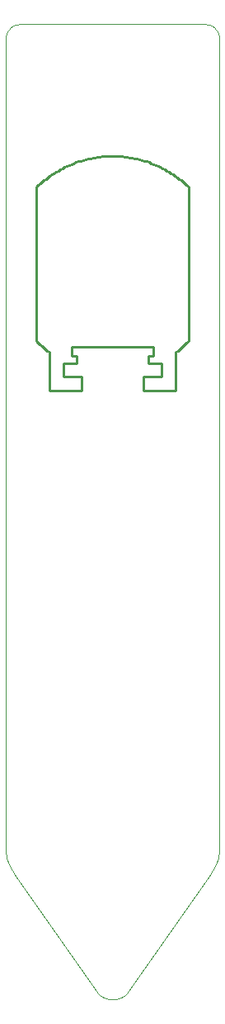
<source format=gbo>
G04*
G04 #@! TF.GenerationSoftware,Altium Limited,Altium Designer,19.1.5 (86)*
G04*
G04 Layer_Color=32896*
%FSLAX25Y25*%
%MOIN*%
G70*
G01*
G75*
%ADD15C,0.00050*%
%ADD68C,0.01000*%
D15*
X83079Y50936D02*
X83633Y51771D01*
X84143Y52633D01*
X84609Y53520D01*
X85029Y54430D01*
X85403Y55360D01*
X85728Y56307D01*
X86005Y57270D01*
X86233Y58246D01*
X86410Y59232D01*
X86537Y60226D01*
X86614Y61225D01*
X86639Y62227D01*
X36882Y3383D02*
X37511Y2596D01*
X38236Y1897D01*
X39044Y1295D01*
X39922Y802D01*
X40855Y425D01*
X41830Y170D01*
X42829Y41D01*
X43836D01*
X44835Y170D01*
X45809Y425D01*
X46743Y802D01*
X47621Y1295D01*
X48428Y1897D01*
X49153Y2596D01*
X49782Y3383D01*
X25Y62227D02*
X51Y61225D01*
X127Y60226D01*
X254Y59232D01*
X432Y58246D01*
X659Y57270D01*
X936Y56307D01*
X1262Y55360D01*
X1635Y54430D01*
X2055Y53520D01*
X2521Y52633D01*
X3031Y51771D01*
X3585Y50936D01*
X5931Y393726D02*
X4905Y393636D01*
X3911Y393370D01*
X2978Y392935D01*
X2135Y392344D01*
X1407Y391616D01*
X816Y390773D01*
X381Y389840D01*
X115Y388846D01*
X25Y387820D01*
X86639Y387820D02*
X86550Y388846D01*
X86283Y389840D01*
X85848Y390773D01*
X85258Y391616D01*
X84530Y392344D01*
X83686Y392935D01*
X82753Y393370D01*
X81759Y393636D01*
X80734Y393726D01*
X86639Y62227D02*
Y387820D01*
X49782Y3383D02*
X83079Y50936D01*
X3585D02*
X36882Y3383D01*
X25Y62227D02*
Y387820D01*
X5931Y393726D02*
X80734D01*
D68*
X74009Y328025D02*
X73286Y328716D01*
X72548Y329391D01*
X71794Y330049D01*
X71026Y330690D01*
X70243Y331312D01*
X69447Y331917D01*
X68636Y332504D01*
X67813Y333072D01*
X66977Y333621D01*
X66128Y334151D01*
X65268Y334661D01*
X64397Y335152D01*
X63514Y335623D01*
X62621Y336073D01*
X61718Y336503D01*
X60805Y336912D01*
X59883Y337301D01*
X58953Y337668D01*
X58014Y338014D01*
X57068Y338339D01*
X56115Y338642D01*
X55155Y338923D01*
X54189Y339182D01*
X53217Y339419D01*
X52240Y339634D01*
X51258Y339826D01*
X50273Y339996D01*
X49283Y340144D01*
X48291Y340269D01*
X47296Y340371D01*
X46299Y340451D01*
X45300Y340508D01*
X44300Y340542D01*
X43300Y340554D01*
X42300Y340542D01*
X41300Y340508D01*
X40301Y340451D01*
X39304Y340371D01*
X38309Y340269D01*
X37317Y340144D01*
X36327Y339996D01*
X35342Y339826D01*
X34360Y339634D01*
X33383Y339419D01*
X32412Y339182D01*
X31445Y338923D01*
X30485Y338642D01*
X29532Y338339D01*
X28586Y338014D01*
X27647Y337668D01*
X26717Y337301D01*
X25795Y336912D01*
X24882Y336503D01*
X23979Y336073D01*
X23086Y335623D01*
X22204Y335152D01*
X21332Y334661D01*
X20471Y334151D01*
X19623Y333621D01*
X18787Y333072D01*
X17964Y332504D01*
X17153Y331917D01*
X16357Y331312D01*
X15574Y330690D01*
X14806Y330049D01*
X14052Y329391D01*
X13314Y328716D01*
X12591Y328025D01*
X12591Y265696D02*
X13280Y265031D01*
X13984Y264382D01*
X14701Y263748D01*
X15432Y263130D01*
X16176Y262528D01*
X16934Y261942D01*
X17704Y261373D01*
X68896Y261373D02*
X69666Y261943D01*
X70424Y262528D01*
X71168Y263130D01*
X71899Y263748D01*
X72616Y264382D01*
X73320Y265031D01*
X74009Y265696D01*
Y265696D02*
Y328219D01*
X12591Y265696D02*
Y328219D01*
X55800Y245843D02*
X68891D01*
X55800D02*
Y251468D01*
X63300D01*
Y256968D01*
X57800D02*
X63300D01*
X57800D02*
Y259968D01*
X59800D01*
Y263469D01*
X26907Y263469D02*
X59800D01*
X26907Y259968D02*
Y263469D01*
Y259968D02*
X28907D01*
Y256968D02*
Y259968D01*
X23407Y256968D02*
X28907D01*
X23407Y251468D02*
Y256968D01*
Y251468D02*
X30907D01*
Y245843D02*
Y251468D01*
X17709Y245843D02*
X30907D01*
X17709D02*
Y261268D01*
X68891Y245843D02*
Y261268D01*
M02*

</source>
